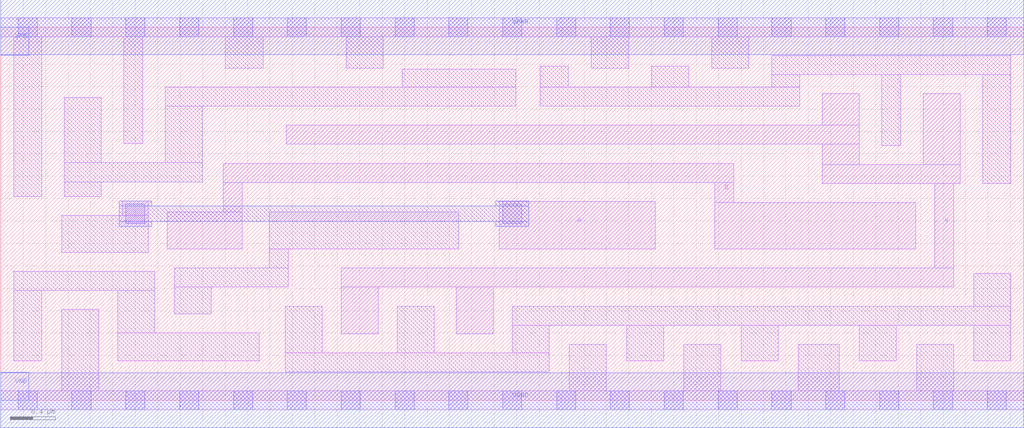
<source format=lef>
# Copyright 2020 The SkyWater PDK Authors
#
# Licensed under the Apache License, Version 2.0 (the "License");
# you may not use this file except in compliance with the License.
# You may obtain a copy of the License at
#
#     https://www.apache.org/licenses/LICENSE-2.0
#
# Unless required by applicable law or agreed to in writing, software
# distributed under the License is distributed on an "AS IS" BASIS,
# WITHOUT WARRANTIES OR CONDITIONS OF ANY KIND, either express or implied.
# See the License for the specific language governing permissions and
# limitations under the License.
#
# SPDX-License-Identifier: Apache-2.0

VERSION 5.5 ;
NAMESCASESENSITIVE ON ;
BUSBITCHARS "[]" ;
DIVIDERCHAR "/" ;
MACRO sky130_fd_sc_ms__xnor2_4
  CLASS CORE ;
  SOURCE USER ;
  ORIGIN  0.000000  0.000000 ;
  SIZE  9.120000 BY  3.330000 ;
  SYMMETRY X Y ;
  SITE unit ;
  PIN A
    ANTENNAPARTIALMETALSIDEAREA  2.779000 ;
    DIRECTION INPUT ;
    USE SIGNAL ;
    PORT
      LAYER li1 ;
        RECT 4.445000 1.350000 5.835000 1.775000 ;
    END
  END A
  PIN B
    ANTENNAGATEAREA  1.560000 ;
    DIRECTION INPUT ;
    USE SIGNAL ;
    PORT
      LAYER li1 ;
        RECT 1.485000 1.350000 2.155000 1.680000 ;
        RECT 1.985000 1.680000 2.155000 1.945000 ;
        RECT 1.985000 1.945000 6.535000 2.115000 ;
        RECT 6.365000 1.350000 8.155000 1.765000 ;
        RECT 6.365000 1.765000 6.535000 1.945000 ;
    END
  END B
  PIN Y
    ANTENNADIFFAREA  1.474200 ;
    DIRECTION OUTPUT ;
    USE SIGNAL ;
    PORT
      LAYER li1 ;
        RECT 2.545000 2.285000 7.655000 2.455000 ;
        RECT 3.035000 0.595000 3.365000 1.010000 ;
        RECT 3.035000 1.010000 8.495000 1.180000 ;
        RECT 4.060000 0.595000 4.390000 1.010000 ;
        RECT 7.325000 1.935000 8.555000 2.105000 ;
        RECT 7.325000 2.105000 7.655000 2.285000 ;
        RECT 7.325000 2.455000 7.655000 2.735000 ;
        RECT 8.225000 2.105000 8.555000 2.735000 ;
        RECT 8.325000 1.180000 8.495000 1.935000 ;
    END
  END Y
  PIN VGND
    DIRECTION INOUT ;
    USE GROUND ;
    PORT
      LAYER met1 ;
        RECT 0.000000 -0.245000 9.120000 0.245000 ;
    END
  END VGND
  PIN VNB
    DIRECTION INOUT ;
    USE GROUND ;
    PORT
    END
  END VNB
  PIN VPB
    DIRECTION INOUT ;
    USE POWER ;
    PORT
    END
  END VPB
  PIN VNB
    DIRECTION INOUT ;
    USE GROUND ;
    PORT
      LAYER met1 ;
        RECT 0.000000 0.000000 0.250000 0.250000 ;
    END
  END VNB
  PIN VPB
    DIRECTION INOUT ;
    USE POWER ;
    PORT
      LAYER met1 ;
        RECT 0.000000 3.080000 0.250000 3.330000 ;
    END
  END VPB
  PIN VPWR
    DIRECTION INOUT ;
    USE POWER ;
    PORT
      LAYER met1 ;
        RECT 0.000000 3.085000 9.120000 3.575000 ;
    END
  END VPWR
  OBS
    LAYER li1 ;
      RECT 0.000000 -0.085000 9.120000 0.085000 ;
      RECT 0.000000  3.245000 9.120000 3.415000 ;
      RECT 0.115000  0.350000 0.365000 0.980000 ;
      RECT 0.115000  0.980000 1.375000 1.150000 ;
      RECT 0.115000  1.820000 0.365000 3.245000 ;
      RECT 0.545000  0.085000 0.875000 0.810000 ;
      RECT 0.545000  1.320000 1.315000 1.650000 ;
      RECT 0.565000  1.820000 0.895000 1.950000 ;
      RECT 0.565000  1.950000 1.795000 2.120000 ;
      RECT 0.565000  2.120000 0.895000 2.700000 ;
      RECT 1.045000  0.350000 2.305000 0.600000 ;
      RECT 1.045000  0.600000 1.375000 0.980000 ;
      RECT 1.085000  1.650000 1.315000 1.780000 ;
      RECT 1.095000  2.290000 1.265000 3.245000 ;
      RECT 1.465000  2.120000 1.795000 2.625000 ;
      RECT 1.465000  2.625000 4.590000 2.795000 ;
      RECT 1.545000  0.770000 1.875000 1.010000 ;
      RECT 1.545000  1.010000 2.565000 1.180000 ;
      RECT 2.000000  2.965000 2.340000 3.245000 ;
      RECT 2.395000  1.180000 2.565000 1.350000 ;
      RECT 2.395000  1.350000 4.085000 1.680000 ;
      RECT 2.535000  0.255000 4.890000 0.425000 ;
      RECT 2.535000  0.425000 2.865000 0.840000 ;
      RECT 3.080000  2.965000 3.410000 3.245000 ;
      RECT 3.535000  0.425000 3.865000 0.840000 ;
      RECT 3.580000  2.795000 4.590000 2.955000 ;
      RECT 4.560000  0.425000 4.890000 0.670000 ;
      RECT 4.560000  0.670000 9.005000 0.840000 ;
      RECT 4.810000  2.625000 7.125000 2.795000 ;
      RECT 4.810000  2.795000 5.060000 2.980000 ;
      RECT 5.070000  0.085000 5.400000 0.500000 ;
      RECT 5.265000  2.965000 5.600000 3.245000 ;
      RECT 5.580000  0.350000 5.910000 0.670000 ;
      RECT 5.805000  2.795000 6.135000 2.980000 ;
      RECT 6.090000  0.085000 6.420000 0.500000 ;
      RECT 6.340000  2.965000 6.670000 3.245000 ;
      RECT 6.600000  0.350000 6.930000 0.670000 ;
      RECT 6.875000  2.795000 7.125000 2.905000 ;
      RECT 6.875000  2.905000 9.005000 3.075000 ;
      RECT 7.110000  0.085000 7.475000 0.500000 ;
      RECT 7.655000  0.350000 7.985000 0.670000 ;
      RECT 7.855000  2.275000 8.025000 2.905000 ;
      RECT 8.165000  0.085000 8.495000 0.500000 ;
      RECT 8.675000  0.350000 9.005000 0.670000 ;
      RECT 8.675000  0.840000 9.005000 1.130000 ;
      RECT 8.755000  1.935000 9.005000 2.905000 ;
    LAYER mcon ;
      RECT 0.155000 -0.085000 0.325000 0.085000 ;
      RECT 0.155000  3.245000 0.325000 3.415000 ;
      RECT 0.635000 -0.085000 0.805000 0.085000 ;
      RECT 0.635000  3.245000 0.805000 3.415000 ;
      RECT 1.115000 -0.085000 1.285000 0.085000 ;
      RECT 1.115000  1.580000 1.285000 1.750000 ;
      RECT 1.115000  3.245000 1.285000 3.415000 ;
      RECT 1.595000 -0.085000 1.765000 0.085000 ;
      RECT 1.595000  3.245000 1.765000 3.415000 ;
      RECT 2.075000 -0.085000 2.245000 0.085000 ;
      RECT 2.075000  3.245000 2.245000 3.415000 ;
      RECT 2.555000 -0.085000 2.725000 0.085000 ;
      RECT 2.555000  3.245000 2.725000 3.415000 ;
      RECT 3.035000 -0.085000 3.205000 0.085000 ;
      RECT 3.035000  3.245000 3.205000 3.415000 ;
      RECT 3.515000 -0.085000 3.685000 0.085000 ;
      RECT 3.515000  3.245000 3.685000 3.415000 ;
      RECT 3.995000 -0.085000 4.165000 0.085000 ;
      RECT 3.995000  3.245000 4.165000 3.415000 ;
      RECT 4.475000 -0.085000 4.645000 0.085000 ;
      RECT 4.475000  1.580000 4.645000 1.750000 ;
      RECT 4.475000  3.245000 4.645000 3.415000 ;
      RECT 4.955000 -0.085000 5.125000 0.085000 ;
      RECT 4.955000  3.245000 5.125000 3.415000 ;
      RECT 5.435000 -0.085000 5.605000 0.085000 ;
      RECT 5.435000  3.245000 5.605000 3.415000 ;
      RECT 5.915000 -0.085000 6.085000 0.085000 ;
      RECT 5.915000  3.245000 6.085000 3.415000 ;
      RECT 6.395000 -0.085000 6.565000 0.085000 ;
      RECT 6.395000  3.245000 6.565000 3.415000 ;
      RECT 6.875000 -0.085000 7.045000 0.085000 ;
      RECT 6.875000  3.245000 7.045000 3.415000 ;
      RECT 7.355000 -0.085000 7.525000 0.085000 ;
      RECT 7.355000  3.245000 7.525000 3.415000 ;
      RECT 7.835000 -0.085000 8.005000 0.085000 ;
      RECT 7.835000  3.245000 8.005000 3.415000 ;
      RECT 8.315000 -0.085000 8.485000 0.085000 ;
      RECT 8.315000  3.245000 8.485000 3.415000 ;
      RECT 8.795000 -0.085000 8.965000 0.085000 ;
      RECT 8.795000  3.245000 8.965000 3.415000 ;
    LAYER met1 ;
      RECT 1.055000 1.550000 1.345000 1.595000 ;
      RECT 1.055000 1.595000 4.705000 1.735000 ;
      RECT 1.055000 1.735000 1.345000 1.780000 ;
      RECT 4.415000 1.550000 4.705000 1.595000 ;
      RECT 4.415000 1.735000 4.705000 1.780000 ;
  END
END sky130_fd_sc_ms__xnor2_4
END LIBRARY

</source>
